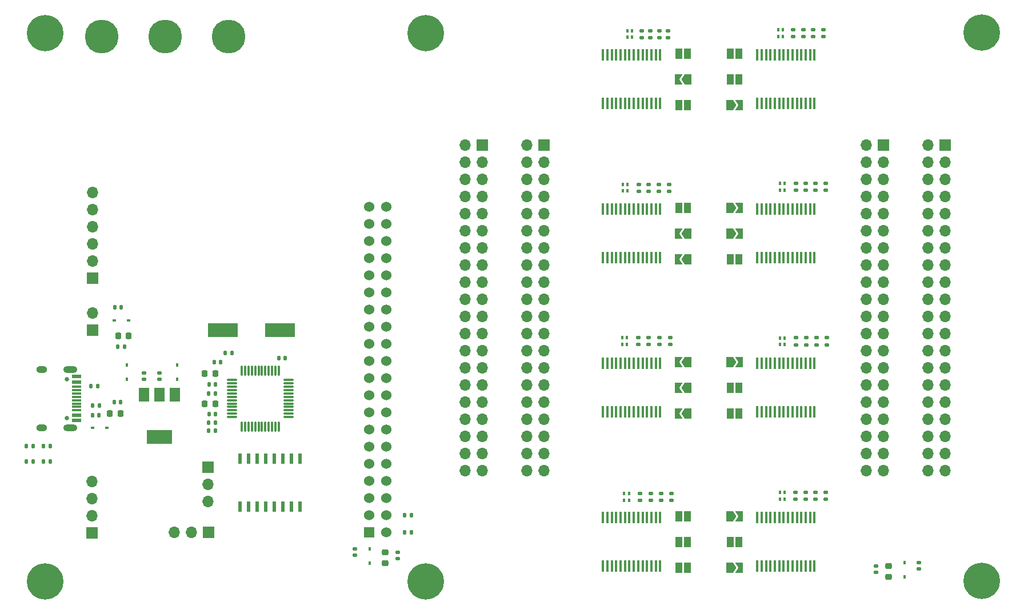
<source format=gts>
G04 #@! TF.GenerationSoftware,KiCad,Pcbnew,(6.0.7)*
G04 #@! TF.CreationDate,2023-05-23T08:57:17-04:00*
G04 #@! TF.ProjectId,ECELab_v1,4543454c-6162-45f7-9631-2e6b69636164,rev?*
G04 #@! TF.SameCoordinates,Original*
G04 #@! TF.FileFunction,Soldermask,Top*
G04 #@! TF.FilePolarity,Negative*
%FSLAX46Y46*%
G04 Gerber Fmt 4.6, Leading zero omitted, Abs format (unit mm)*
G04 Created by KiCad (PCBNEW (6.0.7)) date 2023-05-23 08:57:17*
%MOMM*%
%LPD*%
G01*
G04 APERTURE LIST*
G04 Aperture macros list*
%AMRoundRect*
0 Rectangle with rounded corners*
0 $1 Rounding radius*
0 $2 $3 $4 $5 $6 $7 $8 $9 X,Y pos of 4 corners*
0 Add a 4 corners polygon primitive as box body*
4,1,4,$2,$3,$4,$5,$6,$7,$8,$9,$2,$3,0*
0 Add four circle primitives for the rounded corners*
1,1,$1+$1,$2,$3*
1,1,$1+$1,$4,$5*
1,1,$1+$1,$6,$7*
1,1,$1+$1,$8,$9*
0 Add four rect primitives between the rounded corners*
20,1,$1+$1,$2,$3,$4,$5,0*
20,1,$1+$1,$4,$5,$6,$7,0*
20,1,$1+$1,$6,$7,$8,$9,0*
20,1,$1+$1,$8,$9,$2,$3,0*%
%AMFreePoly0*
4,1,6,1.000000,0.000000,0.500000,-0.750000,-0.500000,-0.750000,-0.500000,0.750000,0.500000,0.750000,1.000000,0.000000,1.000000,0.000000,$1*%
%AMFreePoly1*
4,1,6,0.500000,-0.750000,-0.650000,-0.750000,-0.150000,0.000000,-0.650000,0.750000,0.500000,0.750000,0.500000,-0.750000,0.500000,-0.750000,$1*%
G04 Aperture macros list end*
%ADD10R,1.000000X1.500000*%
%ADD11RoundRect,0.140000X0.170000X-0.140000X0.170000X0.140000X-0.170000X0.140000X-0.170000X-0.140000X0*%
%ADD12RoundRect,0.140000X-0.170000X0.140000X-0.170000X-0.140000X0.170000X-0.140000X0.170000X0.140000X0*%
%ADD13R,0.600000X0.450000*%
%ADD14RoundRect,0.135000X0.185000X-0.135000X0.185000X0.135000X-0.185000X0.135000X-0.185000X-0.135000X0*%
%ADD15RoundRect,0.140000X-0.140000X-0.170000X0.140000X-0.170000X0.140000X0.170000X-0.140000X0.170000X0*%
%ADD16R,0.400000X0.500000*%
%ADD17RoundRect,0.140000X0.140000X0.170000X-0.140000X0.170000X-0.140000X-0.170000X0.140000X-0.170000X0*%
%ADD18RoundRect,0.135000X-0.135000X-0.185000X0.135000X-0.185000X0.135000X0.185000X-0.135000X0.185000X0*%
%ADD19RoundRect,0.218750X0.256250X-0.218750X0.256250X0.218750X-0.256250X0.218750X-0.256250X-0.218750X0*%
%ADD20R,0.450000X1.750000*%
%ADD21R,1.700000X1.700000*%
%ADD22O,1.700000X1.700000*%
%ADD23FreePoly0,0.000000*%
%ADD24FreePoly1,0.000000*%
%ADD25C,5.000000*%
%ADD26RoundRect,0.135000X0.135000X0.185000X-0.135000X0.185000X-0.135000X-0.185000X0.135000X-0.185000X0*%
%ADD27RoundRect,0.218750X-0.218750X-0.256250X0.218750X-0.256250X0.218750X0.256250X-0.218750X0.256250X0*%
%ADD28RoundRect,0.135000X-0.185000X0.135000X-0.185000X-0.135000X0.185000X-0.135000X0.185000X0.135000X0*%
%ADD29R,0.600000X1.500000*%
%ADD30FreePoly0,180.000000*%
%ADD31FreePoly1,180.000000*%
%ADD32R,1.524000X1.524000*%
%ADD33C,1.524000*%
%ADD34RoundRect,0.147500X-0.147500X-0.172500X0.147500X-0.172500X0.147500X0.172500X-0.147500X0.172500X0*%
%ADD35R,1.500000X2.000000*%
%ADD36R,3.800000X2.000000*%
%ADD37C,0.650000*%
%ADD38R,1.450000X0.600000*%
%ADD39R,1.450000X0.300000*%
%ADD40O,1.600000X1.000000*%
%ADD41O,2.100000X1.000000*%
%ADD42R,0.450000X0.600000*%
%ADD43RoundRect,0.075000X-0.662500X-0.075000X0.662500X-0.075000X0.662500X0.075000X-0.662500X0.075000X0*%
%ADD44RoundRect,0.075000X-0.075000X-0.662500X0.075000X-0.662500X0.075000X0.662500X-0.075000X0.662500X0*%
%ADD45R,4.500000X2.000000*%
%ADD46RoundRect,0.218750X0.218750X0.256250X-0.218750X0.256250X-0.218750X-0.256250X0.218750X-0.256250X0*%
%ADD47C,5.400000*%
G04 APERTURE END LIST*
D10*
X203850000Y-77470000D03*
X202550000Y-77470000D03*
D11*
X125628400Y-118158200D03*
X125628400Y-117198200D03*
D12*
X154609800Y-143258700D03*
X154609800Y-144218700D03*
D13*
X121065000Y-109397800D03*
X118965000Y-109397800D03*
D14*
X224000000Y-67360000D03*
X224000000Y-66340000D03*
D15*
X118976200Y-107442000D03*
X119936200Y-107442000D03*
D10*
X203850000Y-92710000D03*
X202550000Y-92710000D03*
D16*
X217531200Y-135932800D03*
X218231200Y-135932800D03*
X218231200Y-134932800D03*
X217531200Y-134932800D03*
D17*
X136344600Y-114274600D03*
X135384600Y-114274600D03*
X119860000Y-121513600D03*
X118900000Y-121513600D03*
D10*
X210170000Y-123190000D03*
X211470000Y-123190000D03*
D18*
X132890800Y-124561600D03*
X133910800Y-124561600D03*
D19*
X233654600Y-147421700D03*
X233654600Y-145846700D03*
D15*
X133733600Y-115646200D03*
X134693600Y-115646200D03*
D20*
X191355000Y-77260000D03*
X192005000Y-77260000D03*
X192655000Y-77260000D03*
X193305000Y-77260000D03*
X193955000Y-77260000D03*
X194605000Y-77260000D03*
X195255000Y-77260000D03*
X195905000Y-77260000D03*
X196555000Y-77260000D03*
X197205000Y-77260000D03*
X197855000Y-77260000D03*
X198505000Y-77260000D03*
X199155000Y-77260000D03*
X199805000Y-77260000D03*
X199805000Y-70060000D03*
X199155000Y-70060000D03*
X198505000Y-70060000D03*
X197855000Y-70060000D03*
X197205000Y-70060000D03*
X196555000Y-70060000D03*
X195905000Y-70060000D03*
X195255000Y-70060000D03*
X194605000Y-70060000D03*
X193955000Y-70060000D03*
X193305000Y-70060000D03*
X192655000Y-70060000D03*
X192005000Y-70060000D03*
X191355000Y-70060000D03*
D14*
X221462600Y-113032000D03*
X221462600Y-112012000D03*
D21*
X132842000Y-131231400D03*
D22*
X132842000Y-133771400D03*
X132842000Y-136311400D03*
D14*
X199923400Y-136120600D03*
X199923400Y-135100600D03*
D23*
X210095000Y-115570000D03*
D24*
X211545000Y-115570000D03*
D10*
X210170000Y-119380000D03*
X211470000Y-119380000D03*
D21*
X242037000Y-83477000D03*
D22*
X239497000Y-83477000D03*
X242037000Y-86017000D03*
X239497000Y-86017000D03*
X242037000Y-88557000D03*
X239497000Y-88557000D03*
X242037000Y-91097000D03*
X239497000Y-91097000D03*
X242037000Y-93637000D03*
X239497000Y-93637000D03*
X242037000Y-96177000D03*
X239497000Y-96177000D03*
X242037000Y-98717000D03*
X239497000Y-98717000D03*
X242037000Y-101257000D03*
X239497000Y-101257000D03*
X242037000Y-103797000D03*
X239497000Y-103797000D03*
X242037000Y-106337000D03*
X239497000Y-106337000D03*
X242037000Y-108877000D03*
X239497000Y-108877000D03*
X242037000Y-111417000D03*
X239497000Y-111417000D03*
X242037000Y-113957000D03*
X239497000Y-113957000D03*
X242037000Y-116497000D03*
X239497000Y-116497000D03*
X242037000Y-119037000D03*
X239497000Y-119037000D03*
X242037000Y-121577000D03*
X239497000Y-121577000D03*
X242037000Y-124117000D03*
X239497000Y-124117000D03*
X242037000Y-126657000D03*
X239497000Y-126657000D03*
X242037000Y-129197000D03*
X239497000Y-129197000D03*
X242037000Y-131737000D03*
X239497000Y-131737000D03*
D21*
X232893000Y-83477000D03*
D22*
X230353000Y-83477000D03*
X232893000Y-86017000D03*
X230353000Y-86017000D03*
X232893000Y-88557000D03*
X230353000Y-88557000D03*
X232893000Y-91097000D03*
X230353000Y-91097000D03*
X232893000Y-93637000D03*
X230353000Y-93637000D03*
X232893000Y-96177000D03*
X230353000Y-96177000D03*
X232893000Y-98717000D03*
X230353000Y-98717000D03*
X232893000Y-101257000D03*
X230353000Y-101257000D03*
X232893000Y-103797000D03*
X230353000Y-103797000D03*
X232893000Y-106337000D03*
X230353000Y-106337000D03*
X232893000Y-108877000D03*
X230353000Y-108877000D03*
X232893000Y-111417000D03*
X230353000Y-111417000D03*
X232893000Y-113957000D03*
X230353000Y-113957000D03*
X232893000Y-116497000D03*
X230353000Y-116497000D03*
X232893000Y-119037000D03*
X230353000Y-119037000D03*
X232893000Y-121577000D03*
X230353000Y-121577000D03*
X232893000Y-124117000D03*
X230353000Y-124117000D03*
X232893000Y-126657000D03*
X230353000Y-126657000D03*
X232893000Y-129197000D03*
X230353000Y-129197000D03*
X232893000Y-131737000D03*
X230353000Y-131737000D03*
D21*
X182601000Y-83477000D03*
D22*
X180061000Y-83477000D03*
X182601000Y-86017000D03*
X180061000Y-86017000D03*
X182601000Y-88557000D03*
X180061000Y-88557000D03*
X182601000Y-91097000D03*
X180061000Y-91097000D03*
X182601000Y-93637000D03*
X180061000Y-93637000D03*
X182601000Y-96177000D03*
X180061000Y-96177000D03*
X182601000Y-98717000D03*
X180061000Y-98717000D03*
X182601000Y-101257000D03*
X180061000Y-101257000D03*
X182601000Y-103797000D03*
X180061000Y-103797000D03*
X182601000Y-106337000D03*
X180061000Y-106337000D03*
X182601000Y-108877000D03*
X180061000Y-108877000D03*
X182601000Y-111417000D03*
X180061000Y-111417000D03*
X182601000Y-113957000D03*
X180061000Y-113957000D03*
X182601000Y-116497000D03*
X180061000Y-116497000D03*
X182601000Y-119037000D03*
X180061000Y-119037000D03*
X182601000Y-121577000D03*
X180061000Y-121577000D03*
X182601000Y-124117000D03*
X180061000Y-124117000D03*
X182601000Y-126657000D03*
X180061000Y-126657000D03*
X182601000Y-129197000D03*
X180061000Y-129197000D03*
X182601000Y-131737000D03*
X180061000Y-131737000D03*
D21*
X173457000Y-83477000D03*
D22*
X170917000Y-83477000D03*
X173457000Y-86017000D03*
X170917000Y-86017000D03*
X173457000Y-88557000D03*
X170917000Y-88557000D03*
X173457000Y-91097000D03*
X170917000Y-91097000D03*
X173457000Y-93637000D03*
X170917000Y-93637000D03*
X173457000Y-96177000D03*
X170917000Y-96177000D03*
X173457000Y-98717000D03*
X170917000Y-98717000D03*
X173457000Y-101257000D03*
X170917000Y-101257000D03*
X173457000Y-103797000D03*
X170917000Y-103797000D03*
X173457000Y-106337000D03*
X170917000Y-106337000D03*
X173457000Y-108877000D03*
X170917000Y-108877000D03*
X173457000Y-111417000D03*
X170917000Y-111417000D03*
X173457000Y-113957000D03*
X170917000Y-113957000D03*
X173457000Y-116497000D03*
X170917000Y-116497000D03*
X173457000Y-119037000D03*
X170917000Y-119037000D03*
X173457000Y-121577000D03*
X170917000Y-121577000D03*
X173457000Y-124117000D03*
X170917000Y-124117000D03*
X173457000Y-126657000D03*
X170917000Y-126657000D03*
X173457000Y-129197000D03*
X170917000Y-129197000D03*
X173457000Y-131737000D03*
X170917000Y-131737000D03*
D25*
X135839200Y-67310000D03*
D10*
X210170000Y-69850000D03*
X211470000Y-69850000D03*
D26*
X116715000Y-122021600D03*
X115695000Y-122021600D03*
D16*
X194925000Y-67475000D03*
X195625000Y-67475000D03*
X195625000Y-66475000D03*
X194925000Y-66475000D03*
D27*
X118287700Y-123215400D03*
X119862700Y-123215400D03*
D20*
X191355000Y-122980000D03*
X192005000Y-122980000D03*
X192655000Y-122980000D03*
X193305000Y-122980000D03*
X193955000Y-122980000D03*
X194605000Y-122980000D03*
X195255000Y-122980000D03*
X195905000Y-122980000D03*
X196555000Y-122980000D03*
X197205000Y-122980000D03*
X197855000Y-122980000D03*
X198505000Y-122980000D03*
X199155000Y-122980000D03*
X199805000Y-122980000D03*
X199805000Y-115780000D03*
X199155000Y-115780000D03*
X198505000Y-115780000D03*
X197855000Y-115780000D03*
X197205000Y-115780000D03*
X196555000Y-115780000D03*
X195905000Y-115780000D03*
X195255000Y-115780000D03*
X194605000Y-115780000D03*
X193955000Y-115780000D03*
X193305000Y-115780000D03*
X192655000Y-115780000D03*
X192005000Y-115780000D03*
X191355000Y-115780000D03*
D14*
X221361000Y-135942800D03*
X221361000Y-134922800D03*
X222961200Y-113032000D03*
X222961200Y-112012000D03*
D21*
X115671600Y-110891400D03*
D22*
X115671600Y-108351400D03*
D23*
X210095000Y-92710000D03*
D24*
X211545000Y-92710000D03*
D28*
X196550800Y-111978600D03*
X196550800Y-112998600D03*
D23*
X210095000Y-96520000D03*
D24*
X211545000Y-96520000D03*
D29*
X137566400Y-137052400D03*
X138836400Y-137052400D03*
X140106400Y-137052400D03*
X141376400Y-137052400D03*
X142646400Y-137052400D03*
X143916400Y-137052400D03*
X145186400Y-137052400D03*
X146456400Y-137052400D03*
X146456400Y-129952400D03*
X145186400Y-129952400D03*
X143916400Y-129952400D03*
X142646400Y-129952400D03*
X141376400Y-129952400D03*
X140106400Y-129952400D03*
X138836400Y-129952400D03*
X137566400Y-129952400D03*
D17*
X133908200Y-123317000D03*
X132948200Y-123317000D03*
D14*
X198125600Y-112998600D03*
X198125600Y-111978600D03*
D21*
X132877800Y-140862200D03*
D22*
X130337800Y-140862200D03*
X127797800Y-140862200D03*
D10*
X210170000Y-73660000D03*
X211470000Y-73660000D03*
D30*
X203925000Y-115570000D03*
D31*
X202475000Y-115570000D03*
D20*
X214215000Y-145840000D03*
X214865000Y-145840000D03*
X215515000Y-145840000D03*
X216165000Y-145840000D03*
X216815000Y-145840000D03*
X217465000Y-145840000D03*
X218115000Y-145840000D03*
X218765000Y-145840000D03*
X219415000Y-145840000D03*
X220065000Y-145840000D03*
X220715000Y-145840000D03*
X221365000Y-145840000D03*
X222015000Y-145840000D03*
X222665000Y-145840000D03*
X222665000Y-138640000D03*
X222015000Y-138640000D03*
X221365000Y-138640000D03*
X220715000Y-138640000D03*
X220065000Y-138640000D03*
X219415000Y-138640000D03*
X218765000Y-138640000D03*
X218115000Y-138640000D03*
X217465000Y-138640000D03*
X216815000Y-138640000D03*
X216165000Y-138640000D03*
X215515000Y-138640000D03*
X214865000Y-138640000D03*
X214215000Y-138640000D03*
D16*
X217582000Y-113022000D03*
X218282000Y-113022000D03*
X218282000Y-112022000D03*
X217582000Y-112022000D03*
D14*
X201472800Y-136120600D03*
X201472800Y-135100600D03*
D25*
X117094000Y-67310000D03*
D28*
X219938600Y-112012000D03*
X219938600Y-113032000D03*
D10*
X210170000Y-142240000D03*
X211470000Y-142240000D03*
D15*
X161978400Y-138303000D03*
X162938400Y-138303000D03*
D16*
X217275000Y-67350000D03*
X217975000Y-67350000D03*
X217975000Y-66350000D03*
X217275000Y-66350000D03*
D32*
X156732400Y-140860800D03*
D33*
X159272400Y-140860800D03*
X156732400Y-138320800D03*
X159272400Y-138320800D03*
X156732400Y-135780800D03*
X159272400Y-135780800D03*
X156732400Y-133240800D03*
X159272400Y-133240800D03*
X156732400Y-130700800D03*
X159272400Y-130700800D03*
X156732400Y-128160800D03*
X159272400Y-128160800D03*
X156732400Y-125620800D03*
X159272400Y-125620800D03*
X156732400Y-123080800D03*
X159272400Y-123080800D03*
X156732400Y-120540800D03*
X159272400Y-120540800D03*
X156732400Y-118000800D03*
X159272400Y-118000800D03*
X156732400Y-115460800D03*
X159272400Y-115460800D03*
X156732400Y-112920800D03*
X159272400Y-112920800D03*
X156732400Y-110380800D03*
X159272400Y-110380800D03*
X156732400Y-107840800D03*
X159272400Y-107840800D03*
X156732400Y-105300800D03*
X159272400Y-105300800D03*
X156732400Y-102760800D03*
X159272400Y-102760800D03*
X156732400Y-100220800D03*
X159272400Y-100220800D03*
X156732400Y-97680800D03*
X159272400Y-97680800D03*
X156732400Y-95140800D03*
X159272400Y-95140800D03*
X156732400Y-92600800D03*
X159272400Y-92600800D03*
D34*
X105913200Y-128092200D03*
X106883200Y-128092200D03*
D35*
X127928400Y-120421000D03*
X125628400Y-120421000D03*
D36*
X125628400Y-126721000D03*
D35*
X123328400Y-120421000D03*
D14*
X198350000Y-67485000D03*
X198350000Y-66465000D03*
D10*
X203850000Y-138430000D03*
X202550000Y-138430000D03*
D27*
X132335900Y-117322600D03*
X133910900Y-117322600D03*
D13*
X117839200Y-125349000D03*
X115739200Y-125349000D03*
D15*
X119458800Y-113360200D03*
X120418800Y-113360200D03*
D28*
X219550000Y-66340000D03*
X219550000Y-67360000D03*
D12*
X231800400Y-145849400D03*
X231800400Y-146809400D03*
D23*
X210095000Y-77470000D03*
D24*
X211545000Y-77470000D03*
D18*
X132890800Y-125755400D03*
X133910800Y-125755400D03*
D37*
X111869600Y-123895600D03*
X111869600Y-118115600D03*
D38*
X113314600Y-117755600D03*
X113314600Y-118555600D03*
D39*
X113314600Y-119755600D03*
X113314600Y-120755600D03*
X113314600Y-121255600D03*
X113314600Y-122255600D03*
D38*
X113314600Y-123455600D03*
X113314600Y-124255600D03*
X113314600Y-124255600D03*
X113314600Y-123455600D03*
D39*
X113314600Y-122755600D03*
X113314600Y-121755600D03*
X113314600Y-120255600D03*
X113314600Y-119255600D03*
D38*
X113314600Y-118555600D03*
X113314600Y-117755600D03*
D40*
X108219600Y-125325600D03*
X108219600Y-116685600D03*
D41*
X112399600Y-116685600D03*
X112399600Y-125325600D03*
D14*
X201300600Y-112998600D03*
X201300600Y-111978600D03*
D10*
X203850000Y-69850000D03*
X202550000Y-69850000D03*
D20*
X214215000Y-100120000D03*
X214865000Y-100120000D03*
X215515000Y-100120000D03*
X216165000Y-100120000D03*
X216815000Y-100120000D03*
X217465000Y-100120000D03*
X218115000Y-100120000D03*
X218765000Y-100120000D03*
X219415000Y-100120000D03*
X220065000Y-100120000D03*
X220715000Y-100120000D03*
X221365000Y-100120000D03*
X222015000Y-100120000D03*
X222665000Y-100120000D03*
X222665000Y-92920000D03*
X222015000Y-92920000D03*
X221365000Y-92920000D03*
X220715000Y-92920000D03*
X220065000Y-92920000D03*
X219415000Y-92920000D03*
X218765000Y-92920000D03*
X218115000Y-92920000D03*
X217465000Y-92920000D03*
X216815000Y-92920000D03*
X216165000Y-92920000D03*
X215515000Y-92920000D03*
X214865000Y-92920000D03*
X214215000Y-92920000D03*
D42*
X156750800Y-145377000D03*
X156750800Y-143277000D03*
D15*
X161978400Y-140843000D03*
X162938400Y-140843000D03*
D43*
X136401100Y-118255600D03*
X136401100Y-118755600D03*
X136401100Y-119255600D03*
X136401100Y-119755600D03*
X136401100Y-120255600D03*
X136401100Y-120755600D03*
X136401100Y-121255600D03*
X136401100Y-121755600D03*
X136401100Y-122255600D03*
X136401100Y-122755600D03*
X136401100Y-123255600D03*
X136401100Y-123755600D03*
D44*
X137813600Y-125168100D03*
X138313600Y-125168100D03*
X138813600Y-125168100D03*
X139313600Y-125168100D03*
X139813600Y-125168100D03*
X140313600Y-125168100D03*
X140813600Y-125168100D03*
X141313600Y-125168100D03*
X141813600Y-125168100D03*
X142313600Y-125168100D03*
X142813600Y-125168100D03*
X143313600Y-125168100D03*
D43*
X144726100Y-123755600D03*
X144726100Y-123255600D03*
X144726100Y-122755600D03*
X144726100Y-122255600D03*
X144726100Y-121755600D03*
X144726100Y-121255600D03*
X144726100Y-120755600D03*
X144726100Y-120255600D03*
X144726100Y-119755600D03*
X144726100Y-119255600D03*
X144726100Y-118755600D03*
X144726100Y-118255600D03*
D44*
X143313600Y-116843100D03*
X142813600Y-116843100D03*
X142313600Y-116843100D03*
X141813600Y-116843100D03*
X141313600Y-116843100D03*
X140813600Y-116843100D03*
X140313600Y-116843100D03*
X139813600Y-116843100D03*
X139313600Y-116843100D03*
X138813600Y-116843100D03*
X138313600Y-116843100D03*
X137813600Y-116843100D03*
D17*
X133908200Y-118897400D03*
X132948200Y-118897400D03*
D20*
X191355000Y-145840000D03*
X192005000Y-145840000D03*
X192655000Y-145840000D03*
X193305000Y-145840000D03*
X193955000Y-145840000D03*
X194605000Y-145840000D03*
X195255000Y-145840000D03*
X195905000Y-145840000D03*
X196555000Y-145840000D03*
X197205000Y-145840000D03*
X197855000Y-145840000D03*
X198505000Y-145840000D03*
X199155000Y-145840000D03*
X199805000Y-145840000D03*
X199805000Y-138640000D03*
X199155000Y-138640000D03*
X198505000Y-138640000D03*
X197855000Y-138640000D03*
X197205000Y-138640000D03*
X196555000Y-138640000D03*
X195905000Y-138640000D03*
X195255000Y-138640000D03*
X194605000Y-138640000D03*
X193955000Y-138640000D03*
X193305000Y-138640000D03*
X192655000Y-138640000D03*
X192005000Y-138640000D03*
X191355000Y-138640000D03*
D45*
X143518200Y-110845600D03*
X135018200Y-110845600D03*
D23*
X210095000Y-146050000D03*
D24*
X211545000Y-146050000D03*
D23*
X210095000Y-138430000D03*
D24*
X211545000Y-138430000D03*
D25*
X126492000Y-67310000D03*
D14*
X224307400Y-135942800D03*
X224307400Y-134922800D03*
X222808800Y-135942800D03*
X222808800Y-134922800D03*
D21*
X115627000Y-140909200D03*
D22*
X115627000Y-138369200D03*
X115627000Y-135829200D03*
X115627000Y-133289200D03*
D14*
X199650000Y-90260000D03*
X199650000Y-89240000D03*
D30*
X203925000Y-119380000D03*
D31*
X202475000Y-119380000D03*
D20*
X191355000Y-100120000D03*
X192005000Y-100120000D03*
X192655000Y-100120000D03*
X193305000Y-100120000D03*
X193955000Y-100120000D03*
X194605000Y-100120000D03*
X195255000Y-100120000D03*
X195905000Y-100120000D03*
X196555000Y-100120000D03*
X197205000Y-100120000D03*
X197855000Y-100120000D03*
X198505000Y-100120000D03*
X199155000Y-100120000D03*
X199805000Y-100120000D03*
X199805000Y-92920000D03*
X199155000Y-92920000D03*
X198505000Y-92920000D03*
X197855000Y-92920000D03*
X197205000Y-92920000D03*
X196555000Y-92920000D03*
X195905000Y-92920000D03*
X195255000Y-92920000D03*
X194605000Y-92920000D03*
X193955000Y-92920000D03*
X193305000Y-92920000D03*
X192655000Y-92920000D03*
X192005000Y-92920000D03*
X191355000Y-92920000D03*
D42*
X128219200Y-116069400D03*
X128219200Y-118169400D03*
D11*
X123342400Y-118158200D03*
X123342400Y-117198200D03*
D30*
X203925000Y-123190000D03*
D31*
X202475000Y-123190000D03*
D14*
X198399400Y-136120600D03*
X198399400Y-135100600D03*
D20*
X214215000Y-122980000D03*
X214865000Y-122980000D03*
X215515000Y-122980000D03*
X216165000Y-122980000D03*
X216815000Y-122980000D03*
X217465000Y-122980000D03*
X218115000Y-122980000D03*
X218765000Y-122980000D03*
X219415000Y-122980000D03*
X220065000Y-122980000D03*
X220715000Y-122980000D03*
X221365000Y-122980000D03*
X222015000Y-122980000D03*
X222665000Y-122980000D03*
X222665000Y-115780000D03*
X222015000Y-115780000D03*
X221365000Y-115780000D03*
X220715000Y-115780000D03*
X220065000Y-115780000D03*
X219415000Y-115780000D03*
X218765000Y-115780000D03*
X218115000Y-115780000D03*
X217465000Y-115780000D03*
X216815000Y-115780000D03*
X216165000Y-115780000D03*
X215515000Y-115780000D03*
X214865000Y-115780000D03*
X214215000Y-115780000D03*
D17*
X144269400Y-115011200D03*
X143309400Y-115011200D03*
D12*
X238125000Y-145290600D03*
X238125000Y-146250600D03*
D14*
X201175000Y-90260000D03*
X201175000Y-89240000D03*
D46*
X121056500Y-111683800D03*
X119481500Y-111683800D03*
D14*
X221025000Y-67360000D03*
X221025000Y-66340000D03*
D15*
X115725000Y-123444000D03*
X116685000Y-123444000D03*
D19*
X159080200Y-145389800D03*
X159080200Y-143814800D03*
D47*
X165049200Y-66802000D03*
D27*
X132335900Y-121793000D03*
X133910900Y-121793000D03*
D26*
X133938200Y-120243600D03*
X132918200Y-120243600D03*
D14*
X221350000Y-90110000D03*
X221350000Y-89090000D03*
X198100000Y-90260000D03*
X198100000Y-89240000D03*
X224300000Y-90110000D03*
X224300000Y-89090000D03*
D16*
X194168800Y-112988600D03*
X194868800Y-112988600D03*
X194868800Y-111988600D03*
X194168800Y-111988600D03*
D26*
X109466500Y-130352800D03*
X108446500Y-130352800D03*
D47*
X108661200Y-148082000D03*
X247446800Y-66776600D03*
D10*
X210170000Y-100330000D03*
X211470000Y-100330000D03*
D47*
X165049200Y-148082000D03*
D26*
X109476000Y-128092200D03*
X108456000Y-128092200D03*
D30*
X203925000Y-73660000D03*
D31*
X202475000Y-73660000D03*
D21*
X115677800Y-103174800D03*
D22*
X115677800Y-100634800D03*
X115677800Y-98094800D03*
X115677800Y-95554800D03*
X115677800Y-93014800D03*
X115677800Y-90474800D03*
D14*
X200975000Y-67485000D03*
X200975000Y-66465000D03*
D42*
X236016800Y-147404800D03*
X236016800Y-145304800D03*
D28*
X219862400Y-134922800D03*
X219862400Y-135942800D03*
D47*
X247446800Y-148056600D03*
D16*
X194300000Y-90250000D03*
X195000000Y-90250000D03*
X195000000Y-89250000D03*
X194300000Y-89250000D03*
D42*
X120827800Y-118169400D03*
X120827800Y-116069400D03*
D28*
X197050000Y-66465000D03*
X197050000Y-67485000D03*
D14*
X199675000Y-67485000D03*
X199675000Y-66465000D03*
D47*
X108661200Y-66802000D03*
D16*
X194493400Y-136110600D03*
X195193400Y-136110600D03*
X195193400Y-135110600D03*
X194493400Y-135110600D03*
D28*
X196625000Y-89240000D03*
X196625000Y-90260000D03*
D14*
X222500000Y-67360000D03*
X222500000Y-66340000D03*
D28*
X196850000Y-135100600D03*
X196850000Y-136120600D03*
D30*
X203925000Y-100330000D03*
D31*
X202475000Y-100330000D03*
D10*
X203850000Y-146050000D03*
X202550000Y-146050000D03*
D14*
X224485200Y-113032000D03*
X224485200Y-112012000D03*
D18*
X115491800Y-119151400D03*
X116511800Y-119151400D03*
D14*
X222825000Y-90110000D03*
X222825000Y-89090000D03*
D34*
X105906100Y-130352800D03*
X106876100Y-130352800D03*
D16*
X217575000Y-90100000D03*
X218275000Y-90100000D03*
X218275000Y-89100000D03*
X217575000Y-89100000D03*
D28*
X219900000Y-89090000D03*
X219900000Y-90110000D03*
D14*
X199700400Y-112998600D03*
X199700400Y-111978600D03*
D10*
X203850000Y-142240000D03*
X202550000Y-142240000D03*
D12*
X160934400Y-143817500D03*
X160934400Y-144777500D03*
D20*
X214215000Y-77260000D03*
X214865000Y-77260000D03*
X215515000Y-77260000D03*
X216165000Y-77260000D03*
X216815000Y-77260000D03*
X217465000Y-77260000D03*
X218115000Y-77260000D03*
X218765000Y-77260000D03*
X219415000Y-77260000D03*
X220065000Y-77260000D03*
X220715000Y-77260000D03*
X221365000Y-77260000D03*
X222015000Y-77260000D03*
X222665000Y-77260000D03*
X222665000Y-70060000D03*
X222015000Y-70060000D03*
X221365000Y-70060000D03*
X220715000Y-70060000D03*
X220065000Y-70060000D03*
X219415000Y-70060000D03*
X218765000Y-70060000D03*
X218115000Y-70060000D03*
X217465000Y-70060000D03*
X216815000Y-70060000D03*
X216165000Y-70060000D03*
X215515000Y-70060000D03*
X214865000Y-70060000D03*
X214215000Y-70060000D03*
D30*
X203925000Y-96520000D03*
D31*
X202475000Y-96520000D03*
M02*

</source>
